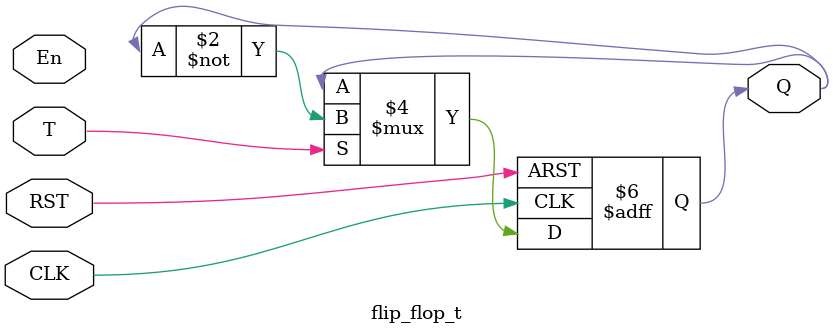
<source format=v>
module flip_flop_t (CLK, T, RST, En, Q);
  input CLK, RST, T, En;
  output reg Q;

  always @(posedge RST or posedge CLK)
    if (RST)
      Q <= 1'b0;
    else
      if (T) 
        Q <= ~Q;
      else
        Q <= Q;
endmodule
</source>
